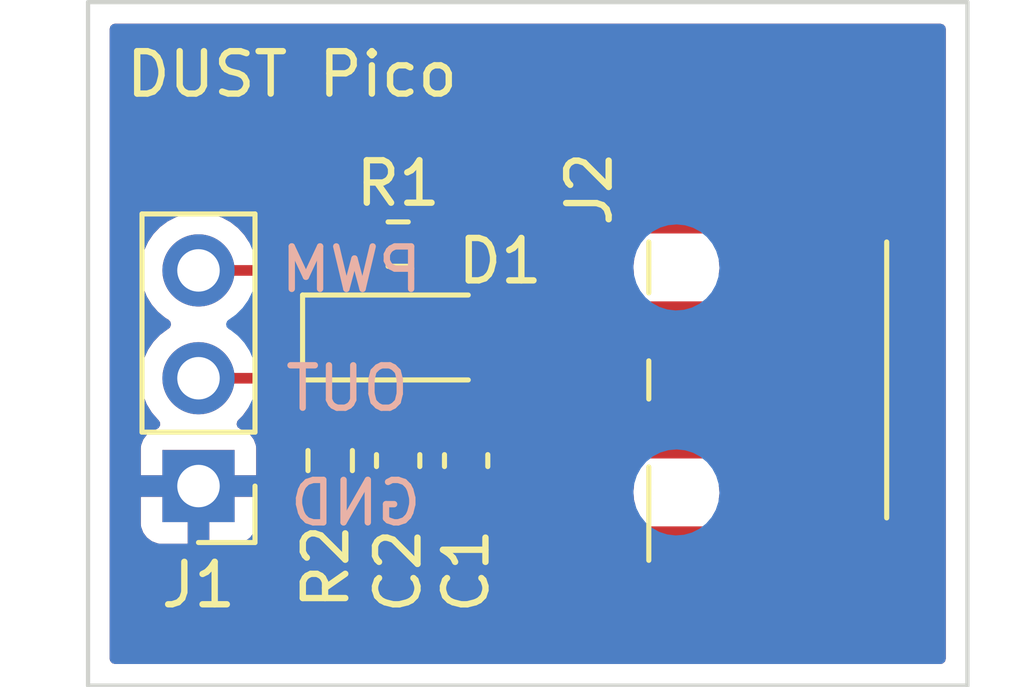
<source format=kicad_pcb>
(kicad_pcb (version 20210824) (generator pcbnew)
  (layers (0 "F.Cu" signal) (31 "B.Cu" signal) (34 "B.Paste" user) (35 "F.Paste" user) (36 "B.SilkS" user "B.Silkscreen") (37 "F.SilkS" user "F.Silkscreen") (38 "B.Mask" user) (39 "F.Mask" user) (44 "Edge.Cuts" user))
  (net 0 "")
  (net 1 "Net-(C1-Pad1)")
  (net 2 "GND")
  (net 3 "/OUT")
  (net 4 "/PWM")
  (footprint "Diode_SMD:D_SOD-123" (layer "F.Cu") (at 143.7 77.2)
    (fp_text reference "D1" (at 2.4 -1.8) (layer "F.SilkS"))
    (fp_text value "D_Schottky")
    (fp_line (start -2.25 1) (end 1.65 1) (layer "F.SilkS") (width 0.12))
    (fp_line (start -2.25 -1) (end 1.65 -1) (layer "F.SilkS") (width 0.12))
    (fp_line (start -2.25 -1) (end -2.25 1) (layer "F.SilkS") (width 0.12))
    (pad "1" smd rect locked (at -1.65 0) (size 0.9 1.2) (layers "F.Cu" "F.Paste" "F.Mask") (net 3 "/OUT"))
    (pad "2" smd rect locked (at 1.65 0) (size 0.9 1.2) (layers "F.Cu" "F.Paste" "F.Mask") (net 1 "Net-(C1-Pad1)"))
  )
  (footprint "Connector_PinHeader_2.54mm:PinHeader_1x03_P2.54mm_Vertical" (layer "F.Cu") (at 139 80.7 180)
    (fp_text reference "J1" (at 0 -2.33) (layer "F.SilkS"))
    (fp_text value "Conn_01x03")
    (fp_line (start -1.33 -1.33) (end 0 -1.33) (layer "F.SilkS") (width 0.12))
    (fp_line (start -1.33 1.27) (end -1.33 6.41) (layer "F.SilkS") (width 0.12))
    (fp_line (start -1.33 6.41) (end 1.33 6.41) (layer "F.SilkS") (width 0.12))
    (fp_line (start -1.33 1.27) (end 1.33 1.27) (layer "F.SilkS") (width 0.12))
    (fp_line (start -1.33 0) (end -1.33 -1.33) (layer "F.SilkS") (width 0.12))
    (fp_line (start 1.33 1.27) (end 1.33 6.41) (layer "F.SilkS") (width 0.12))
    (pad "1" thru_hole rect locked (at 0 0 180) (size 1.7 1.7) (drill 1) (layers *.Cu *.Mask) (net 2 "GND"))
    (pad "2" thru_hole oval locked (at 0 2.54 180) (size 1.7 1.7) (drill 1) (layers *.Cu *.Mask) (net 3 "/OUT"))
    (pad "3" thru_hole oval locked (at 0 5.08 180) (size 1.7 1.7) (drill 1) (layers *.Cu *.Mask) (net 4 "/PWM"))
  )
  (footprint "Capacitor_SMD:C_0603_1608Metric" (layer "F.Cu") (at 143.7 80.1 -90)
    (fp_text reference "C2" (at 2.6 0 90) (layer "F.SilkS"))
    (fp_text value "1nF")
    (fp_line (start -0.14058 -0.51) (end 0.14058 -0.51) (layer "F.SilkS") (width 0.12))
    (fp_line (start -0.14058 0.51) (end 0.14058 0.51) (layer "F.SilkS") (width 0.12))
    (pad "1" smd roundrect locked (at -0.775 0 270) (size 0.9 0.95) (layers "F.Cu" "F.Paste" "F.Mask") (net 3 "/OUT"))
    (pad "2" smd roundrect locked (at 0.775 0 270) (size 0.9 0.95) (layers "F.Cu" "F.Paste" "F.Mask") (net 2 "GND"))
  )
  (footprint "TerminalBlock_Phoenix:TerminalBlock_Phoenix_PTSM-0,5-2-HV-2.5-SMD_1x02-1MP_P2.50mm_Vertical" (layer "F.Cu") (at 151.3 78.2 -90)
    (fp_text reference "J2" (at -4.5 3.1 90) (layer "F.SilkS"))
    (fp_text value "Conn_01x02")
    (fp_line (start 4.25 1.7) (end 2.05 1.7) (layer "F.SilkS") (width 0.12))
    (fp_line (start 0.45 1.7) (end -0.45 1.7) (layer "F.SilkS") (width 0.12))
    (fp_line (start -3.25 -3.9) (end 3.25 -3.9) (layer "F.SilkS") (width 0.12))
    (fp_line (start -2.05 1.7) (end -3.25 1.7) (layer "F.SilkS") (width 0.12))
    (pad "" np_thru_hole circle locked (at -2.65 1.05 270) (size 1 1) (drill 1) (layers *.Cu *.Mask))
    (pad "" np_thru_hole circle locked (at 2.65 1.05 270) (size 1 1) (drill 1) (layers *.Cu *.Mask))
    (pad "1" smd rect locked (at -1.25 1.65 90) (size 1.2 4.4) (layers "F.Cu" "F.Paste" "F.Mask") (net 1 "Net-(C1-Pad1)"))
    (pad "2" smd rect locked (at 1.25 1.65 90) (size 1.2 4.4) (layers "F.Cu" "F.Paste" "F.Mask") (net 2 "GND"))
    (pad "MP" smd rect locked (at 4.55 -1.05 90) (size 2.2 5.6) (layers "F.Cu" "F.Paste" "F.Mask"))
    (pad "MP" smd rect locked (at -4.55 -1.05 90) (size 2.2 5.6) (layers "F.Cu" "F.Paste" "F.Mask"))
  )
  (footprint "Capacitor_SMD:C_0603_1608Metric" (layer "F.Cu") (at 145.3 80.1 -90)
    (fp_text reference "C1" (at 2.6 0 90) (layer "F.SilkS"))
    (fp_text value "5pF")
    (fp_line (start -0.14058 0.51) (end 0.14058 0.51) (layer "F.SilkS") (width 0.12))
    (fp_line (start -0.14058 -0.51) (end 0.14058 -0.51) (layer "F.SilkS") (width 0.12))
    (pad "1" smd roundrect locked (at -0.775 0 270) (size 0.9 0.95) (layers "F.Cu" "F.Paste" "F.Mask") (net 1 "Net-(C1-Pad1)"))
    (pad "2" smd roundrect locked (at 0.775 0 270) (size 0.9 0.95) (layers "F.Cu" "F.Paste" "F.Mask") (net 2 "GND"))
  )
  (footprint "Resistor_SMD:R_0603_1608Metric" (layer "F.Cu") (at 142.1 80.1 90)
    (fp_text reference "R2" (at -2.5 -0.1 90) (layer "F.SilkS"))
    (fp_text value "1M")
    (fp_line (start -0.237258 0.5225) (end 0.237258 0.5225) (layer "F.SilkS") (width 0.12))
    (fp_line (start -0.237258 -0.5225) (end 0.237258 -0.5225) (layer "F.SilkS") (width 0.12))
    (pad "1" smd roundrect locked (at -0.825 0 90) (size 0.8 0.95) (layers "F.Cu" "F.Paste" "F.Mask") (net 2 "GND"))
    (pad "2" smd roundrect locked (at 0.825 0 90) (size 0.8 0.95) (layers "F.Cu" "F.Paste" "F.Mask") (net 3 "/OUT"))
  )
  (footprint "Resistor_SMD:R_0603_1608Metric" (layer "F.Cu") (at 143.7 75)
    (fp_text reference "R1" (at 0 -1.43) (layer "F.SilkS"))
    (fp_text value "10K")
    (fp_line (start -0.237258 -0.5225) (end 0.237258 -0.5225) (layer "F.SilkS") (width 0.12))
    (fp_line (start -0.237258 0.5225) (end 0.237258 0.5225) (layer "F.SilkS") (width 0.12))
    (pad "1" smd roundrect locked (at -0.825 0) (size 0.8 0.95) (layers "F.Cu" "F.Paste" "F.Mask") (net 4 "/PWM"))
    (pad "2" smd roundrect locked (at 0.825 0) (size 0.8 0.95) (layers "F.Cu" "F.Paste" "F.Mask") (net 1 "Net-(C1-Pad1)"))
  )
  (gr_line (start 136.4 85.4) (end 136.4 69.3) (layer "Edge.Cuts") (width 0.1))
  (gr_line (start 157.1 85.4) (end 136.4 85.4) (layer "Edge.Cuts") (width 0.1))
  (gr_line (start 136.4 69.3) (end 157.1 69.3) (layer "Edge.Cuts") (width 0.1))
  (gr_line (start 157.1 69.3) (end 157.1 85.4) (layer "Edge.Cuts") (width 0.1))
  (gr_text "GND\n" (at 142.7 81.1) (layer "B.SilkS") (effects (font (size 1 1)) (justify mirror)))
  (gr_text "PWM" (at 142.6 75.6) (layer "B.SilkS") (effects (font (size 1 1)) (justify mirror)))
  (gr_text "OUT" (at 142.5 78.4) (layer "B.SilkS") (effects (font (size 1 1)) (justify mirror)))
  (gr_text "DUST Pico" (at 141.2 71) (layer "F.SilkS") (effects (font (size 1 1))))
  (segment (start 146.2 77.2) (end 146.45 76.95) (width 0.25) (layer "F.Cu") (net 1))
  (segment (start 145.35 78.15) (end 145.35 77.2) (width 0.25) (layer "F.Cu") (net 1))
  (segment (start 144.525 75) (end 144.525 76.375) (width 0.25) (layer "F.Cu") (net 1))
  (segment (start 146.45 76.95) (end 149.65 76.95) (width 0.25) (layer "F.Cu") (net 1))
  (segment (start 144.525 76.375) (end 145.35 77.2) (width 0.25) (layer "F.Cu") (net 1))
  (segment (start 145.3 78.5) (end 145.5 78.3) (width 0.25) (layer "F.Cu") (net 1))
  (segment (start 145.35 77.2) (end 146.2 77.2) (width 0.25) (layer "F.Cu") (net 1))
  (segment (start 145.3 79.325) (end 145.3 78.5) (width 0.25) (layer "F.Cu") (net 1))
  (segment (start 145.5 78.3) (end 145.35 78.15) (width 0.25) (layer "F.Cu") (net 1))
  (segment (start 149.65 79.45) (end 147.85 79.45) (width 0.25) (layer "F.Cu") (net 2))
  (segment (start 146.3 81) (end 146.225 80.925) (width 0.25) (layer "F.Cu") (net 2))
  (segment (start 142.1 77.25) (end 142.05 77.2) (width 0.25) (layer "F.Cu") (net 3))
  (segment (start 143.7 79.325) (end 142.15 79.325) (width 0.25) (layer "F.Cu") (net 3))
  (segment (start 139 78.16) (end 140.985 78.16) (width 0.25) (layer "F.Cu") (net 3))
  (segment (start 142.1 79.275) (end 142.1 77.25) (width 0.25) (layer "F.Cu") (net 3))
  (segment (start 140.985 78.16) (end 142.1 79.275) (width 0.25) (layer "F.Cu") (net 3))
  (segment (start 142.15 79.325) (end 142.1 79.275) (width 0.25) (layer "F.Cu") (net 3))
  (segment (start 141.5 75) (end 142.875 75) (width 0.25) (layer "F.Cu") (net 4))
  (segment (start 140.88 75.62) (end 141.5 75) (width 0.25) (layer "F.Cu") (net 4))
  (segment (start 139 75.62) (end 140.88 75.62) (width 0.25) (layer "F.Cu") (net 4))
  (zone (net 2) (net_name "GND") (layers F&B.Cu) (connect_pads (clearance 0.508)) (min_thickness 0.254) (fill yes (thermal_gap 0.508) (thermal_bridge_width 0.508))
    (polygon (pts (xy 157.1 85.4) (xy 136.4 85.4) (xy 136.4 69.3) (xy 157.1 69.3)))
  )
)
</source>
